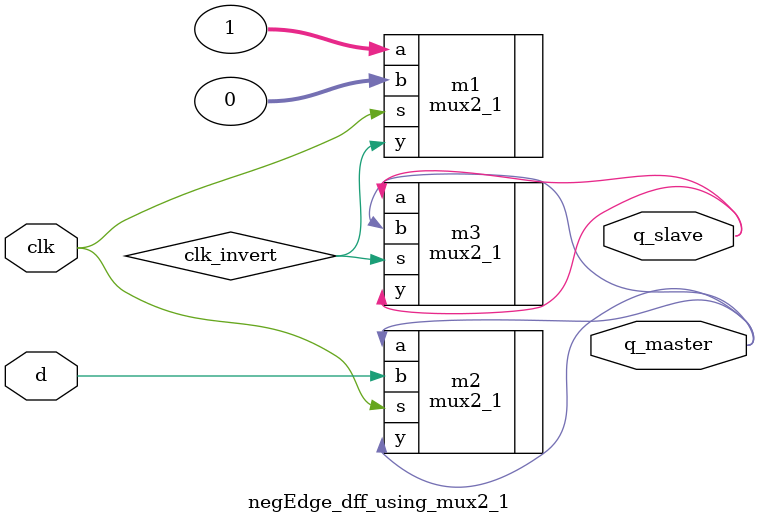
<source format=v>
`timescale 1ns / 1ps
module negEdge_dff_using_mux2_1( input clk,d,
                                  output wire q_slave,
                                  output wire q_master
                                  );
wire clk_invert;
mux2_1 m1(.s(clk), .a(1), .b(0), .y(clk_invert));
mux2_1 m2(.s(clk), .a(q_master), .b(d), .y(q_master));
mux2_1 m3(.s(clk_invert), .a(q_slave), .b(q_master), .y(q_slave));

endmodule

</source>
